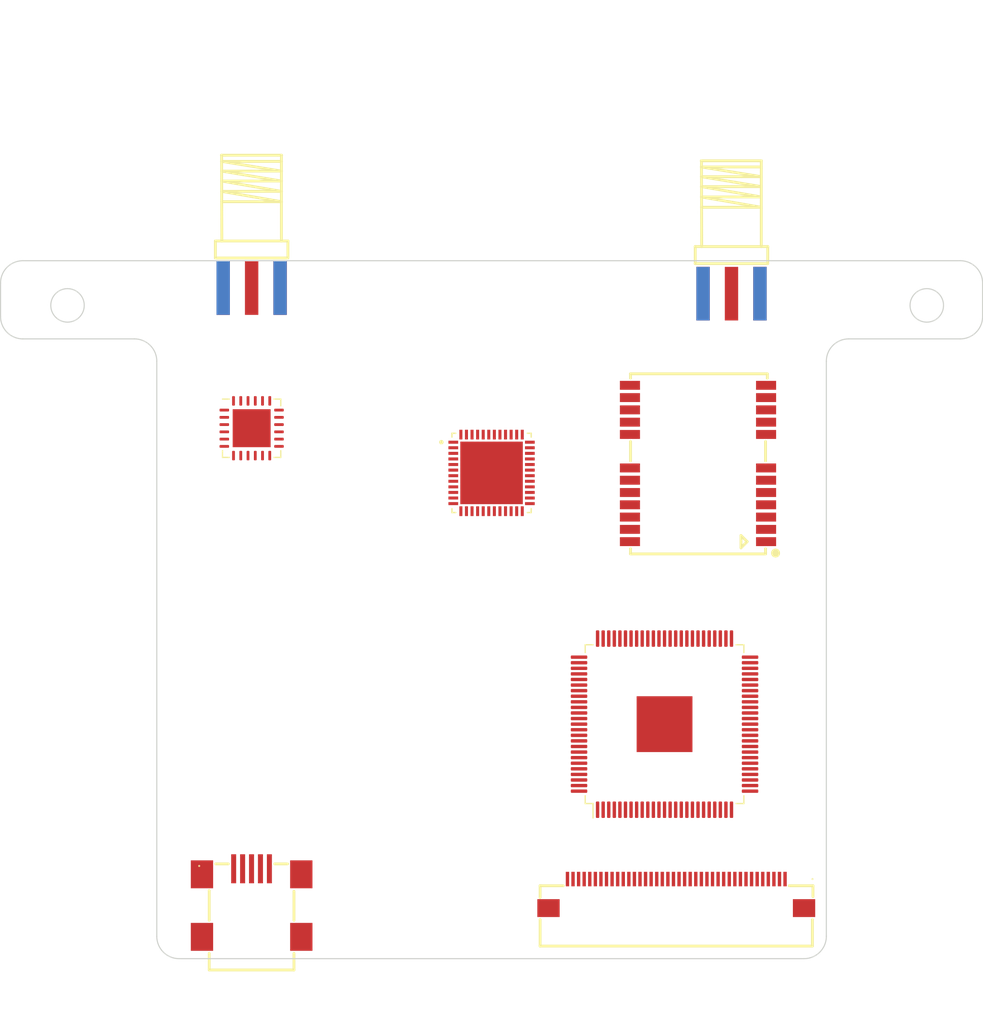
<source format=kicad_pcb>
(kicad_pcb (version 20221018) (generator pcbnew)
  (layers (0 "F.Cu" signal) (31 "B.Cu" signal) (34 "B.Paste" user) (35 "F.Paste" user) (36 "B.SilkS" user "B.Silkscreen") (37 "F.SilkS" user "F.Silkscreen") (38 "B.Mask" user) (39 "F.Mask" user) (44 "Edge.Cuts" user))
  (net 0 "")
  (footprint "Package_QFP:TQFP-100-1EP_14x14mm_P0.5mm_EP5x5mm" (layer "F.Cu") (at 95.5 79 90)
    (fp_text reference "REF**" hide)
    (fp_text value "TQFP-100-1EP_14x14mm_P0.5mm_EP5x5mm")
    (fp_line (start -7.11 -7.11) (end -7.11 -6.41) (stroke (width 0.12)) (layer "F.SilkS"))
    (fp_line (start -7.11 -6.41) (end -8.4 -6.41) (stroke (width 0.12)) (layer "F.SilkS"))
    (fp_line (start -7.11 7.11) (end -7.11 6.41) (stroke (width 0.12)) (layer "F.SilkS"))
    (fp_line (start -6.41 -7.11) (end -7.11 -7.11) (stroke (width 0.12)) (layer "F.SilkS"))
    (fp_line (start -6.41 7.11) (end -7.11 7.11) (stroke (width 0.12)) (layer "F.SilkS"))
    (fp_line (start 6.41 -7.11) (end 7.11 -7.11) (stroke (width 0.12)) (layer "F.SilkS"))
    (fp_line (start 6.41 7.11) (end 7.11 7.11) (stroke (width 0.12)) (layer "F.SilkS"))
    (fp_line (start 7.11 -7.11) (end 7.11 -6.41) (stroke (width 0.12)) (layer "F.SilkS"))
    (fp_line (start 7.11 7.11) (end 7.11 6.41) (stroke (width 0.12)) (layer "F.SilkS"))
    (pad "1" smd roundrect (at -7.6625 -6 90) (size 1.475 0.3) (layers "F.Cu" "F.Paste" "F.Mask"))
    (pad "2" smd roundrect (at -7.6625 -5.5 90) (size 1.475 0.3) (layers "F.Cu" "F.Paste" "F.Mask"))
    (pad "3" smd roundrect (at -7.6625 -5 90) (size 1.475 0.3) (layers "F.Cu" "F.Paste" "F.Mask"))
    (pad "4" smd roundrect (at -7.6625 -4.5 90) (size 1.475 0.3) (layers "F.Cu" "F.Paste" "F.Mask"))
    (pad "5" smd roundrect (at -7.6625 -4 90) (size 1.475 0.3) (layers "F.Cu" "F.Paste" "F.Mask"))
    (pad "6" smd roundrect (at -7.6625 -3.5 90) (size 1.475 0.3) (layers "F.Cu" "F.Paste" "F.Mask"))
    (pad "7" smd roundrect (at -7.6625 -3 90) (size 1.475 0.3) (layers "F.Cu" "F.Paste" "F.Mask"))
    (pad "8" smd roundrect (at -7.6625 -2.5 90) (size 1.475 0.3) (layers "F.Cu" "F.Paste" "F.Mask"))
    (pad "9" smd roundrect (at -7.6625 -2 90) (size 1.475 0.3) (layers "F.Cu" "F.Paste" "F.Mask"))
    (pad "10" smd roundrect (at -7.6625 -1.5 90) (size 1.475 0.3) (layers "F.Cu" "F.Paste" "F.Mask"))
    (pad "11" smd roundrect (at -7.6625 -1 90) (size 1.475 0.3) (layers "F.Cu" "F.Paste" "F.Mask"))
    (pad "12" smd roundrect (at -7.6625 -0.5 90) (size 1.475 0.3) (layers "F.Cu" "F.Paste" "F.Mask"))
    (pad "13" smd roundrect (at -7.6625 0 90) (size 1.475 0.3) (layers "F.Cu" "F.Paste" "F.Mask"))
    (pad "14" smd roundrect (at -7.6625 0.5 90) (size 1.475 0.3) (layers "F.Cu" "F.Paste" "F.Mask"))
    (pad "15" smd roundrect (at -7.6625 1 90) (size 1.475 0.3) (layers "F.Cu" "F.Paste" "F.Mask"))
    (pad "16" smd roundrect (at -7.6625 1.5 90) (size 1.475 0.3) (layers "F.Cu" "F.Paste" "F.Mask"))
    (pad "17" smd roundrect (at -7.6625 2 90) (size 1.475 0.3) (layers "F.Cu" "F.Paste" "F.Mask"))
    (pad "18" smd roundrect (at -7.6625 2.5 90) (size 1.475 0.3) (layers "F.Cu" "F.Paste" "F.Mask"))
    (pad "19" smd roundrect (at -7.6625 3 90) (size 1.475 0.3) (layers "F.Cu" "F.Paste" "F.Mask"))
    (pad "20" smd roundrect (at -7.6625 3.5 90) (size 1.475 0.3) (layers "F.Cu" "F.Paste" "F.Mask"))
    (pad "21" smd roundrect (at -7.6625 4 90) (size 1.475 0.3) (layers "F.Cu" "F.Paste" "F.Mask"))
    (pad "22" smd roundrect (at -7.6625 4.5 90) (size 1.475 0.3) (layers "F.Cu" "F.Paste" "F.Mask"))
    (pad "23" smd roundrect (at -7.6625 5 90) (size 1.475 0.3) (layers "F.Cu" "F.Paste" "F.Mask"))
    (pad "24" smd roundrect (at -7.6625 5.5 90) (size 1.475 0.3) (layers "F.Cu" "F.Paste" "F.Mask"))
    (pad "25" smd roundrect (at -7.6625 6 90) (size 1.475 0.3) (layers "F.Cu" "F.Paste" "F.Mask"))
    (pad "26" smd roundrect (at -6 7.6625 90) (size 0.3 1.475) (layers "F.Cu" "F.Paste" "F.Mask"))
    (pad "27" smd roundrect (at -5.5 7.6625 90) (size 0.3 1.475) (layers "F.Cu" "F.Paste" "F.Mask"))
    (pad "28" smd roundrect (at -5 7.6625 90) (size 0.3 1.475) (layers "F.Cu" "F.Paste" "F.Mask"))
    (pad "29" smd roundrect (at -4.5 7.6625 90) (size 0.3 1.475) (layers "F.Cu" "F.Paste" "F.Mask"))
    (pad "30" smd roundrect (at -4 7.6625 90) (size 0.3 1.475) (layers "F.Cu" "F.Paste" "F.Mask"))
    (pad "31" smd roundrect (at -3.5 7.6625 90) (size 0.3 1.475) (layers "F.Cu" "F.Paste" "F.Mask"))
    (pad "32" smd roundrect (at -3 7.6625 90) (size 0.3 1.475) (layers "F.Cu" "F.Paste" "F.Mask"))
    (pad "33" smd roundrect (at -2.5 7.6625 90) (size 0.3 1.475) (layers "F.Cu" "F.Paste" "F.Mask"))
    (pad "34" smd roundrect (at -2 7.6625 90) (size 0.3 1.475) (layers "F.Cu" "F.Paste" "F.Mask"))
    (pad "35" smd roundrect (at -1.5 7.6625 90) (size 0.3 1.475) (layers "F.Cu" "F.Paste" "F.Mask"))
    (pad "36" smd roundrect (at -1 7.6625 90) (size 0.3 1.475) (layers "F.Cu" "F.Paste" "F.Mask"))
    (pad "37" smd roundrect (at -0.5 7.6625 90) (size 0.3 1.475) (layers "F.Cu" "F.Paste" "F.Mask"))
    (pad "38" smd roundrect (at 0 7.6625 90) (size 0.3 1.475) (layers "F.Cu" "F.Paste" "F.Mask"))
    (pad "39" smd roundrect (at 0.5 7.6625 90) (size 0.3 1.475) (layers "F.Cu" "F.Paste" "F.Mask"))
    (pad "40" smd roundrect (at 1 7.6625 90) (size 0.3 1.475) (layers "F.Cu" "F.Paste" "F.Mask"))
    (pad "41" smd roundrect (at 1.5 7.6625 90) (size 0.3 1.475) (layers "F.Cu" "F.Paste" "F.Mask"))
    (pad "42" smd roundrect (at 2 7.6625 90) (size 0.3 1.475) (layers "F.Cu" "F.Paste" "F.Mask"))
    (pad "43" smd roundrect (at 2.5 7.6625 90) (size 0.3 1.475) (layers "F.Cu" "F.Paste" "F.Mask"))
    (pad "44" smd roundrect (at 3 7.6625 90) (size 0.3 1.475) (layers "F.Cu" "F.Paste" "F.Mask"))
    (pad "45" smd roundrect (at 3.5 7.6625 90) (size 0.3 1.475) (layers "F.Cu" "F.Paste" "F.Mask"))
    (pad "46" smd roundrect (at 4 7.6625 90) (size 0.3 1.475) (layers "F.Cu" "F.Paste" "F.Mask"))
    (pad "47" smd roundrect (at 4.5 7.6625 90) (size 0.3 1.475) (layers "F.Cu" "F.Paste" "F.Mask"))
    (pad "48" smd roundrect (at 5 7.6625 90) (size 0.3 1.475) (layers "F.Cu" "F.Paste" "F.Mask"))
    (pad "49" smd roundrect (at 5.5 7.6625 90) (size 0.3 1.475) (layers "F.Cu" "F.Paste" "F.Mask"))
    (pad "50" smd roundrect (at 6 7.6625 90) (size 0.3 1.475) (layers "F.Cu" "F.Paste" "F.Mask"))
    (pad "51" smd roundrect (at 7.6625 6 90) (size 1.475 0.3) (layers "F.Cu" "F.Paste" "F.Mask"))
    (pad "52" smd roundrect (at 7.6625 5.5 90) (size 1.475 0.3) (layers "F.Cu" "F.Paste" "F.Mask"))
    (pad "53" smd roundrect (at 7.6625 5 90) (size 1.475 0.3) (layers "F.Cu" "F.Paste" "F.Mask"))
    (pad "54" smd roundrect (at 7.6625 4.5 90) (size 1.475 0.3) (layers "F.Cu" "F.Paste" "F.Mask"))
    (pad "55" smd roundrect (at 7.6625 4 90) (size 1.475 0.3) (layers "F.Cu" "F.Paste" "F.Mask"))
    (pad "56" smd roundrect (at 7.6625 3.5 90) (size 1.475 0.3) (layers "F.Cu" "F.Paste" "F.Mask"))
    (pad "57" smd roundrect (at 7.6625 3 90) (size 1.475 0.3) (layers "F.Cu" "F.Paste" "F.Mask"))
    (pad "58" smd roundrect (at 7.6625 2.5 90) (size 1.475 0.3) (layers "F.Cu" "F.Paste" "F.Mask"))
    (pad "59" smd roundrect (at 7.6625 2 90) (size 1.475 0.3) (layers "F.Cu" "F.Paste" "F.Mask"))
    (pad "60" smd roundrect (at 7.6625 1.5 90) (size 1.475 0.3) (layers "F.Cu" "F.Paste" "F.Mask"))
    (pad "61" smd roundrect (at 7.6625 1 90) (size 1.475 0.3) (layers "F.Cu" "F.Paste" "F.Mask"))
    (pad "62" smd roundrect (at 7.6625 0.5 90) (size 1.475 0.3) (layers "F.Cu" "F.Paste" "F.Mask"))
    (pad "63" smd roundrect (at 7.6625 0 90) (size 1.475 0.3) (layers "F.Cu" "F.Paste" "F.Mask"))
    (pad "64" smd roundrect (at 7.6625 -0.5 90) (size 1.475 0.3) (layers "F.Cu" "F.Paste" "F.Mask"))
    (pad "65" smd roundrect (at 7.6625 -1 90) (size 1.475 0.3) (layers "F.Cu" "F.Paste" "F.Mask"))
    (pad "66" smd roundrect (at 7.6625 -1.5 90) (size 1.475 0.3) (layers "F.Cu" "F.Paste" "F.Mask"))
    (pad "67" smd roundrect (at 7.6625 -2 90) (size 1.475 0.3) (layers "F.Cu" "F.Paste" "F.Mask"))
    (pad "68" smd roundrect (at 7.6625 -2.5 90) (size 1.475 0.3) (layers "F.Cu" "F.Paste" "F.Mask"))
    (pad "69" smd roundrect (at 7.6625 -3 90) (size 1.475 0.3) (layers "F.Cu" "F.Paste" "F.Mask"))
    (pad "70" smd roundrect (at 7.6625 -3.5 90) (size 1.475 0.3) (layers "F.Cu" "F.Paste" "F.Mask"))
    (pad "71" smd roundrect (at 7.6625 -4 90) (size 1.475 0.3) (layers "F.Cu" "F.Paste" "F.Mask"))
    (pad "72" smd roundrect (at 7.6625 -4.5 90) (size 1.475 0.3) (layers "F.Cu" "F.Paste" "F.Mask"))
    (pad "73" smd roundrect (at 7.6625 -5 90) (size 1.475 0.3) (layers "F.Cu" "F.Paste" "F.Mask"))
    (pad "74" smd roundrect (at 7.6625 -5.5 90) (size 1.475 0.3) (layers "F.Cu" "F.Paste" "F.Mask"))
    (pad "75" smd roundrect (at 7.6625 -6 90) (size 1.475 0.3) (layers "F.Cu" "F.Paste" "F.Mask"))
    (pad "76" smd roundrect (at 6 -7.6625 90) (size 0.3 1.475) (layers "F.Cu" "F.Paste" "F.Mask"))
    (pad "77" smd roundrect (at 5.5 -7.6625 90) (size 0.3 1.475) (layers "F.Cu" "F.Paste" "F.Mask"))
    (pad "78" smd roundrect (at 5 -7.6625 90) (size 0.3 1.475) (layers "F.Cu" "F.Paste" "F.Mask"))
    (pad "79" smd roundrect (at 4.5 -7.6625 90) (size 0.3 1.475) (layers "F.Cu" "F.Paste" "F.Mask"))
    (pad "80" smd roundrect (at 4 -7.6625 90) (size 0.3 1.475) (layers "F.Cu" "F.Paste" "F.Mask"))
    (pad "81" smd roundrect (at 3.5 -7.6625 90) (size 0.3 1.475) (layers "F.Cu" "F.Paste" "F.Mask"))
    (pad "82" smd roundrect (at 3 -7.6625 90) (size 0.3 1.475) (layers "F.Cu" "F.Paste" "F.Mask"))
    (pad "83" smd roundrect (at 2.5 -7.6625 90) (size 0.3 1.475) (layers "F.Cu" "F.Paste" "F.Mask"))
    (pad "84" smd roundrect (at 2 -7.6625 90) (size 0.3 1.475) (layers "F.Cu" "F.Paste" "F.Mask"))
    (pad "85" smd roundrect (at 1.5 -7.6625 90) (size 0.3 1.475) (layers "F.Cu" "F.Paste" "F.Mask"))
    (pad "86" smd roundrect (at 1 -7.6625 90) (size 0.3 1.475) (layers "F.Cu" "F.Paste" "F.Mask"))
    (pad "87" smd roundrect (at 0.5 -7.6625 90) (size 0.3 1.475) (layers "F.Cu" "F.Paste" "F.Mask"))
    (pad "88" smd roundrect (at 0 -7.6625 90) (size 0.3 1.475) (layers "F.Cu" "F.Paste" "F.Mask"))
    (pad "89" smd roundrect (at -0.5 -7.6625 90) (size 0.3 1.475) (layers "F.Cu" "F.Paste" "F.Mask"))
    (pad "90" smd roundrect (at -1 -7.6625 90) (size 0.3 1.475) (layers "F.Cu" "F.Paste" "F.Mask"))
    (pad "91" smd roundrect (at -1.5 -7.6625 90) (size 0.3 1.475) (layers "F.Cu" "F.Paste" "F.Mask"))
    (pad "92" smd roundrect (at -2 -7.6625 90) (size 0.3 1.475) (layers "F.Cu" "F.Paste" "F.Mask"))
    (pad "93" smd roundrect (at -2.5 -7.6625 90) (size 0.3 1.475) (layers "F.Cu" "F.Paste" "F.Mask"))
    (pad "94" smd roundrect (at -3 -7.6625 90) (size 0.3 1.475) (layers "F.Cu" "F.Paste" "F.Mask"))
    (pad "95" smd roundrect (at -3.5 -7.6625 90) (size 0.3 1.475) (layers "F.Cu" "F.Paste" "F.Mask"))
    (pad "96" smd roundrect (at -4 -7.6625 90) (size 0.3 1.475) (layers "F.Cu" "F.Paste" "F.Mask"))
    (pad "97" smd roundrect (at -4.5 -7.6625 90) (size 0.3 1.475) (layers "F.Cu" "F.Paste" "F.Mask"))
    (pad "98" smd roundrect (at -5 -7.6625 90) (size 0.3 1.475) (layers "F.Cu" "F.Paste" "F.Mask"))
    (pad "99" smd roundrect (at -5.5 -7.6625 90) (size 0.3 1.475) (layers "F.Cu" "F.Paste" "F.Mask"))
    (pad "100" smd roundrect (at -6 -7.6625 90) (size 0.3 1.475) (layers "F.Cu" "F.Paste" "F.Mask"))
    (pad "101" smd rect (at 0 0 90) (size 5 5) (layers "F.Cu" "F.Mask"))
  )
  (footprint "Enclosure:SMA_Antenna_Vertical" (layer "F.Cu") (at 101.5 18 180)
    (fp_text reference "REF**" hide)
    (fp_text value "SMA_Antenna_Vertical")
  )
  (footprint "Enclosure:SMA_Antenna_Vertical" (layer "F.Cu") (at 58.5 17.5 180)
    (fp_text reference "REF**" hide)
    (fp_text value "SMA_Antenna_Vertical")
  )
  (footprint "LCSC_Connector:FPC-SMD_P0.50-40P_FGS-XJ-H2.0" (layer "F.Cu") (at 96.549911 94.172898 180)
    (fp_text reference "J101")
    (fp_text value "AFC01-S40FCA-00")
    (fp_line (start -12.249987 -0.268961) (end -12.249987 0.699975) (stroke (width 0.254)) (layer "F.SilkS"))
    (fp_line (start -12.249987 0.699975) (end -10.125629 0.699975) (stroke (width 0.254)) (layer "F.SilkS"))
    (fp_line (start -12.199644 -4.700102) (end -12.199644 -2.331242) (stroke (width 0.254)) (layer "F.SilkS"))
    (fp_line (start 10.125578 0.699975) (end 12.2 0.699975) (stroke (width 0.254)) (layer "F.SilkS"))
    (fp_line (start 12.2 0.699975) (end 12.2 -0.350013) (stroke (width 0.254)) (layer "F.SilkS"))
    (fp_line (start 12.200025 -4.700076) (end -12.200025 -4.700102) (stroke (width 0.254)) (layer "F.SilkS"))
    (fp_line (start 12.200025 -2.331242) (end 12.200025 -4.700102) (stroke (width 0.254)) (layer "F.SilkS"))
    (fp_circle (center -12.208534 1.300279) (end -12.178537 1.300279) (stroke (width 0.059995)) (fill none) (layer "F.SilkS"))
    (pad "1" smd rect (at -9.750064 1.299924 180) (size 0.3 1.3) (layers "F.Cu" "F.Paste" "F.Mask"))
    (pad "2" smd rect (at -9.249936 1.299924 180) (size 0.3 1.3) (layers "F.Cu" "F.Paste" "F.Mask"))
    (pad "3" smd rect (at -8.750064 1.299924 180) (size 0.3 1.3) (layers "F.Cu" "F.Paste" "F.Mask"))
    (pad "4" smd rect (at -8.249936 1.299924 180) (size 0.3 1.3) (layers "F.Cu" "F.Paste" "F.Mask"))
    (pad "5" smd rect (at -7.750064 1.299924 180) (size 0.3 1.3) (layers "F.Cu" "F.Paste" "F.Mask"))
    (pad "6" smd rect (at -7.249936 1.299924 180) (size 0.3 1.3) (layers "F.Cu" "F.Paste" "F.Mask"))
    (pad "7" smd rect (at -6.750064 1.299924 180) (size 0.3 1.3) (layers "F.Cu" "F.Paste" "F.Mask"))
    (pad "8" smd rect (at -6.249936 1.299924 180) (size 0.3 1.3) (layers "F.Cu" "F.Paste" "F.Mask"))
    (pad "9" smd rect (at -5.750064 1.299924 180) (size 0.3 1.3) (layers "F.Cu" "F.Paste" "F.Mask"))
    (pad "10" smd rect (at -5.249936 1.299924 180) (size 0.3 1.3) (layers "F.Cu" "F.Paste" "F.Mask"))
    (pad "11" smd rect (at -4.750064 1.299924 180) (size 0.3 1.3) (layers "F.Cu" "F.Paste" "F.Mask"))
    (pad "12" smd rect (at -4.249936 1.299924 180) (size 0.3 1.3) (layers "F.Cu" "F.Paste" "F.Mask"))
    (pad "13" smd rect (at -3.750064 1.299924 180) (size 0.3 1.3) (layers "F.Cu" "F.Paste" "F.Mask"))
    (pad "14" smd rect (at -3.249936 1.299924 180) (size 0.3 1.3) (layers "F.Cu" "F.Paste" "F.Mask"))
    (pad "15" smd rect (at -2.750064 1.299924 180) (size 0.3 1.3) (layers "F.Cu" "F.Paste" "F.Mask"))
    (pad "16" smd rect (at -2.249936 1.299924 180) (size 0.3 1.3) (layers "F.Cu" "F.Paste" "F.Mask"))
    (pad "17" smd rect (at -1.750064 1.299924 180) (size 0.3 1.3) (layers "F.Cu" "F.Paste" "F.Mask"))
    (pad "18" smd rect (at -1.249936 1.299924 180) (size 0.3 1.3) (layers "F.Cu" "F.Paste" "F.Mask"))
    (pad "19" smd rect (at -0.750064 1.299924 180) (size 0.3 1.3) (layers "F.Cu" "F.Paste" "F.Mask"))
    (pad "20" smd rect (at -0.249936 1.299924 180) (size 0.3 1.3) (layers "F.Cu" "F.Paste" "F.Mask"))
    (pad "21" smd rect (at 0.249936 1.299924 180) (size 0.3 1.3) (layers "F.Cu" "F.Paste" "F.Mask"))
    (pad "22" smd rect (at 0.750064 1.299924 180) (size 0.3 1.3) (layers "F.Cu" "F.Paste" "F.Mask"))
    (pad "23" smd rect (at 1.249936 1.299924 180) (size 0.3 1.3) (layers "F.Cu" "F.Paste" "F.Mask"))
    (pad "24" smd rect (at 1.750064 1.299924 180) (size 0.3 1.3) (layers "F.Cu" "F.Paste" "F.Mask"))
    (pad "25" smd rect (at 2.249936 1.299924 180) (size 0.3 1.3) (layers "F.Cu" "F.Paste" "F.Mask"))
    (pad "26" smd rect (at 2.750064 1.299924 180) (size 0.3 1.3) (layers "F.Cu" "F.Paste" "F.Mask"))
    (pad "27" smd rect (at 3.249936 1.299924 180) (size 0.3 1.3) (layers "F.Cu" "F.Paste" "F.Mask"))
    (pad "28" smd rect (at 3.750064 1.299924 180) (size 0.3 1.3) (layers "F.Cu" "F.Paste" "F.Mask"))
    (pad "29" smd rect (at 4.249936 1.299924 180) (size 0.3 1.3) (layers "F.Cu" "F.Paste" "F.Mask"))
    (pad "30" smd rect (at 4.750064 1.299924 180) (size 0.3 1.3) (layers "F.Cu" "F.Paste" "F.Mask"))
    (pad "31" smd rect (at 5.249936 1.299924 180) (size 0.3 1.3) (layers "F.Cu" "F.Paste" "F.Mask"))
    (pad "32" smd rect (at 5.750064 1.299924 180) (size 0.3 1.3) (layers "F.Cu" "F.Paste" "F.Mask"))
    (pad "33" smd rect (at 6.249936 1.299924 180) (size 0.3 1.3) (layers "F.Cu" "F.Paste" "F.Mask"))
    (pad "34" smd rect (at 6.750064 1.299924 180) (size 0.3 1.3) (layers "F.Cu" "F.Paste" "F.Mask"))
    (pad "35" smd rect (at 7.249936 1.299924 180) (size 0.3 1.3) (layers "F.Cu" "F.Paste" "F.Mask"))
    (pad "36" smd rect (at 7.750064 1.299924 180) (size 0.3 1.3) (layers "F.Cu" "F.Paste" "F.Mask"))
    (pad "37" smd rect (at 8.249936 1.299924 180) (size 0.3 1.3) (layers "F.Cu" "F.Paste" "F.Mask"))
    (pad "38" smd rect (at 8.750064 1.299924 180) (size 0.3 1.3) (layers "F.Cu" "F.Paste" "F.Mask"))
    (pad "39" smd rect (at 9.249936 1.299924 180) (size 0.3 1.3) (layers "F.Cu" "F.Paste" "F.Mask"))
    (pad "40" smd rect (at 9.750064 1.299924 180) (size 0.3 1.3) (layers "F.Cu" "F.Paste" "F.Mask"))
    (pad "41" smd rect (at 11.450089 -1.300025 90) (size 1.6 2) (layers "F.Cu" "F.Paste" "F.Mask"))
    (pad "42" smd rect (at -11.450089 -1.300025 90) (size 1.6 2) (layers "F.Cu" "F.Paste" "F.Mask"))
  )
  (footprint "LCSC_Antenna:SMA-SMD_BWSMA-KE-P001" (layer "F.Cu") (at 101.5 34.5 90)
    (fp_text reference "REF**" hide)
    (fp_text value "SMA-SMD_BWSMA-KE-P001" hide)
    (fp_line (start -3.255982 -3.250013) (end -3.255982 3.174956) (stroke (width 0.254)) (layer "F.SilkS"))
    (fp_line (start -1.731979 -3.250013) (end -3.255982 -3.250013) (stroke (width 0.254)) (layer "F.SilkS"))
    (fp_line (start -1.731979 -3.250013) (end -1.731979 3.250013) (stroke (width 0.254)) (layer "F.SilkS"))
    (fp_line (start -1.731979 3.250013) (end -3.255982 3.250013) (stroke (width 0.254)) (layer "F.SilkS"))
    (fp_line (start 1.785141 -2.689434) (end 1.785141 2.666853) (stroke (width 0.254)) (layer "F.SilkS"))
    (fp_line (start 1.785141 2.666853) (end 2.710414 -2.689434) (stroke (width 0.254)) (layer "F.SilkS"))
    (fp_line (start 2.710414 -2.689434) (end 2.710414 2.666853) (stroke (width 0.254)) (layer "F.SilkS"))
    (fp_line (start 2.710414 2.666853) (end 3.635712 -2.689434) (stroke (width 0.254)) (layer "F.SilkS"))
    (fp_line (start 3.635712 -2.689434) (end 3.635712 2.666853) (stroke (width 0.254)) (layer "F.SilkS"))
    (fp_line (start 3.635712 2.666853) (end 4.524714 -2.689434) (stroke (width 0.254)) (layer "F.SilkS"))
    (fp_line (start 4.524714 -2.689434) (end 4.524714 2.666853) (stroke (width 0.254)) (layer "F.SilkS"))
    (fp_line (start 4.524714 2.666853) (end 5.39553 -2.689434) (stroke (width 0.254)) (layer "F.SilkS"))
    (fp_line (start 5.39553 -2.689434) (end -1.731979 -2.669368) (stroke (width 0.254)) (layer "F.SilkS"))
    (fp_line (start 5.39553 -2.689434) (end 5.39553 2.666853) (stroke (width 0.254)) (layer "F.SilkS"))
    (fp_line (start 5.39553 -2.689434) (end 5.93937 -2.689434) (stroke (width 0.254)) (layer "F.SilkS"))
    (fp_line (start 5.39553 2.666853) (end -1.731979 2.666853) (stroke (width 0.254)) (layer "F.SilkS"))
    (fp_line (start 5.39553 2.666853) (end 5.949987 2.666853) (stroke (width 0.254)) (layer "F.SilkS"))
    (fp_line (start 5.93937 -2.689434) (end 5.949987 -2.700025) (stroke (width 0.254)) (layer "F.SilkS"))
    (fp_line (start 5.949987 -2.700025) (end 5.949987 2.679985) (stroke (width 0.254)) (layer "F.SilkS"))
    (pad "1" smd rect (at -5.949987 2.549759 90) (size 4.8 1.2) (layers "F.Cu" "F.Paste" "F.Mask"))
    (pad "2" smd rect (at -5.949987 -2.550064 90) (size 4.8 1.2) (layers "F.Cu" "F.Paste" "F.Mask"))
    (pad "3" smd rect (at -5.949987 -2.550064 90) (size 4.8 1.2) (layers "B.Cu" "F.Paste" "F.Mask"))
    (pad "4" smd rect (at -5.949987 2.549759 90) (size 4.8 1.2) (layers "B.Cu" "F.Paste" "F.Mask"))
    (pad "5" smd rect (at -5.949987 -0.000152 90) (size 4.8 1.2) (layers "F.Cu" "F.Paste" "F.Mask"))
  )
  (footprint "LCSC_Microcontroller:GSM-SMD_ATGM332D-5N11" (layer "F.Cu") (at 98.5 55.65687)
    (fp_text reference "U101" hide)
    (fp_text value "ATGM332D-5NR32")
    (fp_line (start -6.050292 -8.02987) (end 6.209957 -8.02987) (stroke (width 0.254)) (layer "F.SilkS"))
    (fp_line (start -6.050292 -7.631293) (end -6.050292 -8.02987) (stroke (width 0.254)) (layer "F.SilkS"))
    (fp_line (start -6.050292 -1.969012) (end -6.050292 -0.231293) (stroke (width 0.254)) (layer "F.SilkS"))
    (fp_line (start -6.050292 7.63114) (end -6.050292 8.100025) (stroke (width 0.254)) (layer "F.SilkS"))
    (fp_line (start -6.050292 8.100025) (end 6.049987 8.100025) (stroke (width 0.254)) (layer "F.SilkS"))
    (fp_line (start 3.849987 6.449886) (end 4.399898 7.000051) (stroke (width 0.254)) (layer "F.SilkS"))
    (fp_line (start 3.849987 7.549962) (end 3.849987 6.449886) (stroke (width 0.254)) (layer "F.SilkS"))
    (fp_line (start 4.399898 7.000051) (end 3.849987 7.549962) (stroke (width 0.254)) (layer "F.SilkS"))
    (fp_line (start 6.049987 -1.969012) (end 6.049987 -0.231293) (stroke (width 0.254)) (layer "F.SilkS"))
    (fp_line (start 6.049987 7.63114) (end 6.049987 8.100025) (stroke (width 0.254)) (layer "F.SilkS"))
    (fp_line (start 6.209957 -8.02987) (end 6.209957 -7.631293) (stroke (width 0.254)) (layer "F.SilkS"))
    (fp_circle (center 6.099924 8.000025) (end 6.129921 8.000025) (stroke (width 0.059995)) (fill none) (layer "F.SilkS"))
    (fp_circle (center 6.949962 8.020117) (end 7.149962 8.020117) (stroke (width 0.4)) (fill none) (layer "F.SilkS"))
    (pad "1" smd rect (at 6.1 7.000127 270) (size 0.8 1.8) (layers "F.Cu" "F.Paste" "F.Mask"))
    (pad "2" smd rect (at 6.1 5.900051 270) (size 0.8 1.8) (layers "F.Cu" "F.Paste" "F.Mask"))
    (pad "3" smd rect (at 6.1 4.799975 270) (size 0.8 1.8) (layers "F.Cu" "F.Paste" "F.Mask"))
    (pad "4" smd rect (at 6.1 3.699898 270) (size 0.8 1.8) (layers "F.Cu" "F.Paste" "F.Mask"))
    (pad "5" smd rect (at 6.1 2.599822 270) (size 0.8 1.8) (layers "F.Cu" "F.Paste" "F.Mask"))
    (pad "6" smd rect (at 6.1 1.5 270) (size 0.8 1.8) (layers "F.Cu" "F.Paste" "F.Mask"))
    (pad "7" smd rect (at 6.1 0.399924 270) (size 0.8 1.8) (layers "F.Cu" "F.Paste" "F.Mask"))
    (pad "8" smd rect (at 6.1 -2.600076 270) (size 0.8 1.8) (layers "F.Cu" "F.Paste" "F.Mask"))
    (pad "9" smd rect (at 6.1 -3.700152 270) (size 0.8 1.8) (layers "F.Cu" "F.Paste" "F.Mask"))
    (pad "10" smd rect (at 6.1 -4.800229 270) (size 0.8 1.8) (layers "F.Cu" "F.Paste" "F.Mask"))
    (pad "11" smd rect (at 6.1 -5.900051 270) (size 0.8 1.8) (layers "F.Cu" "F.Paste" "F.Mask"))
    (pad "12" smd rect (at 6.1 -7.000127 270) (size 0.8 1.8) (layers "F.Cu" "F.Paste" "F.Mask"))
    (pad "13" smd rect (at -6.1 -7.000127 270) (size 0.8 1.8) (layers "F.Cu" "F.Paste" "F.Mask"))
    (pad "14" smd rect (at -6.1 -5.900051 270) (size 0.8 1.8) (layers "F.Cu" "F.Paste" "F.Mask"))
    (pad "15" smd rect (at -6.1 -4.800229 270) (size 0.8 1.8) (layers "F.Cu" "F.Paste" "F.Mask"))
    (pad "16" smd rect (at -6.1 -3.700152 270) (size 0.8 1.8) (layers "F.Cu" "F.Paste" "F.Mask"))
    (pad "17" smd rect (at -6.1 -2.600076 270) (size 0.8 1.8) (layers "F.Cu" "F.Paste" "F.Mask"))
    (pad "18" smd rect (at -6.1 0.399924 270) (size 0.8 1.8) (layers "F.Cu" "F.Paste" "F.Mask"))
    (pad "19" smd rect (at -6.1 1.5 270) (size 0.8 1.8) (layers "F.Cu" "F.Paste" "F.Mask"))
    (pad "20" smd rect (at -6.1 2.599822 270) (size 0.8 1.8) (layers "F.Cu" "F.Paste" "F.Mask"))
    (pad "21" smd rect (at -6.1 3.699898 270) (size 0.8 1.8) (layers "F.Cu" "F.Paste" "F.Mask"))
    (pad "22" smd rect (at -6.1 4.799975 270) (size 0.8 1.8) (layers "F.Cu" "F.Paste" "F.Mask"))
    (pad "23" smd rect (at -6.1 5.900051 270) (size 0.8 1.8) (layers "F.Cu" "F.Paste" "F.Mask"))
    (pad "24" smd rect (at -6.1 7.000127 270) (size 0.8 1.8) (layers "F.Cu" "F.Paste" "F.Mask"))
  )
  (footprint "LCSC_Antenna:SMA-SMD_BWSMA-KE-P001" (layer "F.Cu") (at 58.5 34 90)
    (fp_text reference "REF**" hide)
    (fp_text value "SMA-SMD_BWSMA-KE-P001" hide)
    (fp_line (start -3.255982 -3.250013) (end -3.255982 3.174956) (stroke (width 0.254)) (layer "F.SilkS"))
    (fp_line (start -1.731979 -3.250013) (end -3.255982 -3.250013) (stroke (width 0.254)) (layer "F.SilkS"))
    (fp_line (start -1.731979 -3.250013) (end -1.731979 3.250013) (stroke (width 0.254)) (layer "F.SilkS"))
    (fp_line (start -1.731979 3.250013) (end -3.255982 3.250013) (stroke (width 0.254)) (layer "F.SilkS"))
    (fp_line (start 1.785141 -2.689434) (end 1.785141 2.666853) (stroke (width 0.254)) (layer "F.SilkS"))
    (fp_line (start 1.785141 2.666853) (end 2.710414 -2.689434) (stroke (width 0.254)) (layer "F.SilkS"))
    (fp_line (start 2.710414 -2.689434) (end 2.710414 2.666853) (stroke (width 0.254)) (layer "F.SilkS"))
    (fp_line (start 2.710414 2.666853) (end 3.635712 -2.689434) (stroke (width 0.254)) (layer "F.SilkS"))
    (fp_line (start 3.635712 -2.689434) (end 3.635712 2.666853) (stroke (width 0.254)) (layer "F.SilkS"))
    (fp_line (start 3.635712 2.666853) (end 4.524714 -2.689434) (stroke (width 0.254)) (layer "F.SilkS"))
    (fp_line (start 4.524714 -2.689434) (end 4.524714 2.666853) (stroke (width 0.254)) (layer "F.SilkS"))
    (fp_line (start 4.524714 2.666853) (end 5.39553 -2.689434) (stroke (width 0.254)) (layer "F.SilkS"))
    (fp_line (start 5.39553 -2.689434) (end -1.731979 -2.669368) (stroke (width 0.254)) (layer "F.SilkS"))
    (fp_line (start 5.39553 -2.689434) (end 5.39553 2.666853) (stroke (width 0.254)) (layer "F.SilkS"))
    (fp_line (start 5.39553 -2.689434) (end 5.93937 -2.689434) (stroke (width 0.254)) (layer "F.SilkS"))
    (fp_line (start 5.39553 2.666853) (end -1.731979 2.666853) (stroke (width 0.254)) (layer "F.SilkS"))
    (fp_line (start 5.39553 2.666853) (end 5.949987 2.666853) (stroke (width 0.254)) (layer "F.SilkS"))
    (fp_line (start 5.93937 -2.689434) (end 5.949987 -2.700025) (stroke (width 0.254)) (layer "F.SilkS"))
    (fp_line (start 5.949987 -2.700025) (end 5.949987 2.679985) (stroke (width 0.254)) (layer "F.SilkS"))
    (pad "1" smd rect (at -5.949987 2.549759 90) (size 4.8 1.2) (layers "F.Cu" "F.Paste" "F.Mask"))
    (pad "2" smd rect (at -5.949987 -2.550064 90) (size 4.8 1.2) (layers "F.Cu" "F.Paste" "F.Mask"))
    (pad "3" smd rect (at -5.949987 -2.550064 90) (size 4.8 1.2) (layers "B.Cu" "F.Paste" "F.Mask"))
    (pad "4" smd rect (at -5.949987 2.549759 90) (size 4.8 1.2) (layers "B.Cu" "F.Paste" "F.Mask"))
    (pad "5" smd rect (at -5.949987 -0.000152 90) (size 4.8 1.2) (layers "F.Cu" "F.Paste" "F.Mask"))
  )
  (footprint "Package_DFN_QFN:QFN-24-1EP_5x5mm_P0.65mm_EP3.4x3.4mm" (layer "F.Cu") (at 58.5 52.5)
    (fp_text reference "REF**" hide)
    (fp_text value "QFN-24-1EP_5x5mm_P0.65mm_EP3.4x3.4mm")
    (fp_line (start -2.61 2.61) (end -2.61 2.01) (stroke (width 0.12)) (layer "F.SilkS"))
    (fp_line (start -2.01 -2.61) (end -2.61 -2.61) (stroke (width 0.12)) (layer "F.SilkS"))
    (fp_line (start -2.01 2.61) (end -2.61 2.61) (stroke (width 0.12)) (layer "F.SilkS"))
    (fp_line (start 2.01 -2.61) (end 2.61 -2.61) (stroke (width 0.12)) (layer "F.SilkS"))
    (fp_line (start 2.01 2.61) (end 2.61 2.61) (stroke (width 0.12)) (layer "F.SilkS"))
    (fp_line (start 2.61 -2.61) (end 2.61 -2.01) (stroke (width 0.12)) (layer "F.SilkS"))
    (fp_line (start 2.61 2.61) (end 2.61 2.01) (stroke (width 0.12)) (layer "F.SilkS"))
    (pad "1" smd roundrect (at -2.45 -1.625) (size 0.85 0.25) (layers "F.Cu" "F.Paste" "F.Mask"))
    (pad "2" smd roundrect (at -2.45 -0.975) (size 0.85 0.25) (layers "F.Cu" "F.Paste" "F.Mask"))
    (pad "3" smd roundrect (at -2.45 -0.325) (size 0.85 0.25) (layers "F.Cu" "F.Paste" "F.Mask"))
    (pad "4" smd roundrect (at -2.45 0.325) (size 0.85 0.25) (layers "F.Cu" "F.Paste" "F.Mask"))
    (pad "5" smd roundrect (at -2.45 0.975) (size 0.85 0.25) (layers "F.Cu" "F.Paste" "F.Mask"))
    (pad "6" smd roundrect (at -2.45 1.625) (size 0.85 0.25) (layers "F.Cu" "F.Paste" "F.Mask"))
    (pad "7" smd roundrect (at -1.625 2.45) (size 0.25 0.85) (layers "F.Cu" "F.Paste" "F.Mask"))
    (pad "8" smd roundrect (at -0.975 2.45) (size 0.25 0.85) (layers "F.Cu" "F.Paste" "F.Mask"))
    (pad "9" smd roundrect (at -0.325 2.45) (size 0.25 0.85) (layers "F.Cu" "F.Paste" "F.Mask"))
    (pad "10" smd roundrect (at 0.325 2.45) (size 0.25 0.85) (layers "F.Cu" "F.Paste" "F.Mask"))
    (pad "11" smd roundrect (at 0.975 2.45) (size 0.25 0.85) (layers "F.Cu" "F.Paste" "F.Mask"))
    (pad "12" smd roundrect (at 1.625 2.45) (size 0.25 0.85) (layers "F.Cu" "F.Paste" "F.Mask"))
    (pad "13" smd roundrect (at 2.45 1.625) (size 0.85 0.25) (layers "F.Cu" "F.Paste" "F.Mask"))
    (pad "14" smd roundrect (at 2.45 0.975) (size 0.85 0.25) (layers "F.Cu" "F.Paste" "F.Mask"))
    (pad "15" smd roundrect (at 2.45 0.325) (size 0.85 0.25) (layers "F.Cu" "F.Paste" "F.Mask"))
    (pad "16" smd roundrect (at 2.45 -0.325) (size 0.85 0.25) (layers "F.Cu" "F.Paste" "F.Mask"))
    (pad "17" smd roundrect (at 2.45 -0.975) (size 0.85 0.25) (layers "F.Cu" "F.Paste" "F.Mask"))
    (pad "18" smd roundrect (at 2.45 -1.625) (size 0.85 0.25) (layers "F.Cu" "F.Paste" "F.Mask"))
    (pad "19" smd roundrect (at 1.625 -2.45) (size 0.25 0.85) (layers "F.Cu" "F.Paste" "F.Mask"))
    (pad "20" smd roundrect (at 0.975 -2.45) (size 0.25 0.85) (layers "F.Cu" "F.Paste" "F.Mask"))
    (pad "21" smd roundrect (at 0.325 -2.45) (size 0.25 0.85) (layers "F.Cu" "F.Paste" "F.Mask"))
    (pad "22" smd roundrect (at -0.325 -2.45) (size 0.25 0.85) (layers "F.Cu" "F.Paste" "F.Mask"))
    (pad "23" smd roundrect (at -0.975 -2.45) (size 0.25 0.85) (layers "F.Cu" "F.Paste" "F.Mask"))
    (pad "24" smd roundrect (at -1.625 -2.45) (size 0.25 0.85) (layers "F.Cu" "F.Paste" "F.Mask"))
    (pad "25" smd rect (at 0 0) (size 3.4 3.4) (layers "F.Cu" "F.Mask"))
  )
  (footprint "LCSC_Microcontroller:QFN50P700X700X60-49N" (layer "F.Cu") (at 80 56.5)
    (fp_text reference "REF**" hide)
    (fp_text value "QFN50P700X700X60-49N")
    (fp_line (start -3.55 -3.55) (end -3.55 -3.205) (stroke (width 0.127)) (layer "F.SilkS"))
    (fp_line (start -3.55 -3.55) (end -3.205 -3.55) (stroke (width 0.127)) (layer "F.SilkS"))
    (fp_line (start -3.55 3.55) (end -3.55 3.205) (stroke (width 0.127)) (layer "F.SilkS"))
    (fp_line (start -3.55 3.55) (end -3.205 3.55) (stroke (width 0.127)) (layer "F.SilkS"))
    (fp_line (start 3.55 -3.55) (end 3.205 -3.55) (stroke (width 0.127)) (layer "F.SilkS"))
    (fp_line (start 3.55 -3.55) (end 3.55 -3.205) (stroke (width 0.127)) (layer "F.SilkS"))
    (fp_line (start 3.55 3.55) (end 3.205 3.55) (stroke (width 0.127)) (layer "F.SilkS"))
    (fp_line (start 3.55 3.55) (end 3.55 3.205) (stroke (width 0.127)) (layer "F.SilkS"))
    (fp_circle (center -4.5 -2.75) (end -4.4 -2.75) (stroke (width 0.2)) (fill none) (layer "F.SilkS"))
    (pad "1" smd roundrect (at -3.43 -2.75) (size 0.87 0.27) (layers "F.Cu" "F.Paste" "F.Mask") (roundrect_rratio 0.03))
    (pad "2" smd roundrect (at -3.43 -2.25) (size 0.87 0.27) (layers "F.Cu" "F.Paste" "F.Mask") (roundrect_rratio 0.03))
    (pad "3" smd roundrect (at -3.43 -1.75) (size 0.87 0.27) (layers "F.Cu" "F.Paste" "F.Mask") (roundrect_rratio 0.03))
    (pad "4" smd roundrect (at -3.43 -1.25) (size 0.87 0.27) (layers "F.Cu" "F.Paste" "F.Mask") (roundrect_rratio 0.03))
    (pad "5" smd roundrect (at -3.43 -0.75) (size 0.87 0.27) (layers "F.Cu" "F.Paste" "F.Mask") (roundrect_rratio 0.03))
    (pad "6" smd roundrect (at -3.43 -0.25) (size 0.87 0.27) (layers "F.Cu" "F.Paste" "F.Mask") (roundrect_rratio 0.03))
    (pad "7" smd roundrect (at -3.43 0.25) (size 0.87 0.27) (layers "F.Cu" "F.Paste" "F.Mask") (roundrect_rratio 0.03))
    (pad "8" smd roundrect (at -3.43 0.75) (size 0.87 0.27) (layers "F.Cu" "F.Paste" "F.Mask") (roundrect_rratio 0.03))
    (pad "9" smd roundrect (at -3.43 1.25) (size 0.87 0.27) (layers "F.Cu" "F.Paste" "F.Mask") (roundrect_rratio 0.03))
    (pad "10" smd roundrect (at -3.43 1.75) (size 0.87 0.27) (layers "F.Cu" "F.Paste" "F.Mask") (roundrect_rratio 0.03))
    (pad "11" smd roundrect (at -3.43 2.25) (size 0.87 0.27) (layers "F.Cu" "F.Paste" "F.Mask") (roundrect_rratio 0.03))
    (pad "12" smd roundrect (at -3.43 2.75) (size 0.87 0.27) (layers "F.Cu" "F.Paste" "F.Mask") (roundrect_rratio 0.03))
    (pad "13" smd roundrect (at -2.75 3.43 90) (size 0.87 0.27) (layers "F.Cu" "F.Paste" "F.Mask") (roundrect_rratio 0.03))
    (pad "14" smd roundrect (at -2.25 3.43 90) (size 0.87 0.27) (layers "F.Cu" "F.Paste" "F.Mask") (roundrect_rratio 0.03))
    (pad "15" smd roundrect (at -1.75 3.43 90) (size 0.87 0.27) (layers "F.Cu" "F.Paste" "F.Mask") (roundrect_rratio 0.03))
    (pad "16" smd roundrect (at -1.25 3.43 90) (size 0.87 0.27) (layers "F.Cu" "F.Paste" "F.Mask") (roundrect_rratio 0.03))
    (pad "17" smd roundrect (at -0.75 3.43 90) (size 0.87 0.27) (layers "F.Cu" "F.Paste" "F.Mask") (roundrect_rratio 0.03))
    (pad "18" smd roundrect (at -0.25 3.43 90) (size 0.87 0.27) (layers "F.Cu" "F.Paste" "F.Mask") (roundrect_rratio 0.03))
    (pad "19" smd roundrect (at 0.25 3.43 90) (size 0.87 0.27) (layers "F.Cu" "F.Paste" "F.Mask") (roundrect_rratio 0.03))
    (pad "20" smd roundrect (at 0.75 3.43 90) (size 0.87 0.27) (layers "F.Cu" "F.Paste" "F.Mask") (roundrect_rratio 0.03))
    (pad "21" smd roundrect (at 1.25 3.43 90) (size 0.87 0.27) (layers "F.Cu" "F.Paste" "F.Mask") (roundrect_rratio 0.03))
    (pad "22" smd roundrect (at 1.75 3.43 90) (size 0.87 0.27) (layers "F.Cu" "F.Paste" "F.Mask") (roundrect_rratio 0.03))
    (pad "23" smd roundrect (at 2.25 3.43 90) (size 0.87 0.27) (layers "F.Cu" "F.Paste" "F.Mask") (roundrect_rratio 0.03))
    (pad "24" smd roundrect (at 2.75 3.43 90) (size 0.87 0.27) (layers "F.Cu" "F.Paste" "F.Mask") (roundrect_rratio 0.03))
    (pad "25" smd roundrect (at 3.43 2.75) (size 0.87 0.27) (layers "F.Cu" "F.Paste" "F.Mask") (roundrect_rratio 0.03))
    (pad "26" smd roundrect (at 3.43 2.25) (size 0.87 0.27) (layers "F.Cu" "F.Paste" "F.Mask") (roundrect_rratio 0.03))
    (pad "27" smd roundrect (at 3.43 1.75) (size 0.87 0.27) (layers "F.Cu" "F.Paste" "F.Mask") (roundrect_rratio 0.03))
    (pad "28" smd roundrect (at 3.43 1.25) (size 0.87 0.27) (layers "F.Cu" "F.Paste" "F.Mask") (roundrect_rratio 0.03))
    (pad "29" smd roundrect (at 3.43 0.75) (size 0.87 0.27) (layers "F.Cu" "F.Paste" "F.Mask") (roundrect_rratio 0.03))
    (pad "30" smd roundrect (at 3.43 0.25) (size 0.87 0.27) (layers "F.Cu" "F.Paste" "F.Mask") (roundrect_rratio 0.03))
    (pad "31" smd roundrect (at 3.43 -0.25) (size 0.87 0.27) (layers "F.Cu" "F.Paste" "F.Mask") (roundrect_rratio 0.03))
    (pad "32" smd roundrect (at 3.43 -0.75) (size 0.87 0.27) (layers "F.Cu" "F.Paste" "F.Mask") (roundrect_rratio 0.03))
    (pad "33" smd roundrect (at 3.43 -1.25) (size 0.87 0.27) (layers "F.Cu" "F.Paste" "F.Mask") (roundrect_rratio 0.03))
    (pad "34" smd roundrect (at 3.43 -1.75) (size 0.87 0.27) (layers "F.Cu" "F.Paste" "F.Mask") (roundrect_rratio 0.03))
    (pad "35" smd roundrect (at 3.43 -2.25) (size 0.87 0.27) (layers "F.Cu" "F.Paste" "F.Mask") (roundrect_rratio 0.03))
    (pad "36" smd roundrect (at 3.43 -2.75) (size 0.87 0.27) (layers "F.Cu" "F.Paste" "F.Mask") (roundrect_rratio 0.03))
    (pad "37" smd roundrect (at 2.75 -3.43 90) (size 0.87 0.27) (layers "F.Cu" "F.Paste" "F.Mask") (roundrect_rratio 0.03))
    (pad "38" smd roundrect (at 2.25 -3.43 90) (size 0.87 0.27) (layers "F.Cu" "F.Paste" "F.Mask") (roundrect_rratio 0.03))
    (pad "39" smd roundrect (at 1.75 -3.43 90) (size 0.87 0.27) (layers "F.Cu" "F.Paste" "F.Mask") (roundrect_rratio 0.03))
    (pad "40" smd roundrect (at 1.25 -3.43 90) (size 0.87 0.27) (layers "F.Cu" "F.Paste" "F.Mask") (roundrect_rratio 0.03))
    (pad "41" smd roundrect (at 0.75 -3.43 90) (size 0.87 0.27) (layers "F.Cu" "F.Paste" "F.Mask") (roundrect_rratio 0.03))
    (pad "42" smd roundrect (at 0.25 -3.43 90) (size 0.87 0.27) (layers "F.Cu" "F.Paste" "F.Mask") (roundrect_rratio 0.03))
    (pad "43" smd roundrect (at -0.25 -3.43 90) (size 0.87 0.27) (layers "F.Cu" "F.Paste" "F.Mask") (roundrect_rratio 0.03))
    (pad "44" smd roundrect (at -0.75 -3.43 90) (size 0.87 0.27) (layers "F.Cu" "F.Paste" "F.Mask") (roundrect_rratio 0.03))
    (pad "45" smd roundrect (at -1.25 -3.43 90) (size 0.87 0.27) (layers "F.Cu" "F.Paste" "F.Mask") (roundrect_rratio 0.03))
    (pad "46" smd roundrect (at -1.75 -3.43 90) (size 0.87 0.27) (layers "F.Cu" "F.Paste" "F.Mask") (roundrect_rratio 0.03))
    (pad "47" smd roundrect (at -2.25 -3.43 90) (size 0.87 0.27) (layers "F.Cu" "F.Paste" "F.Mask") (roundrect_rratio 0.03))
    (pad "48" smd roundrect (at -2.75 -3.43 90) (size 0.87 0.27) (layers "F.Cu" "F.Paste" "F.Mask") (roundrect_rratio 0.03))
    (pad "49" smd rect (at 0 0) (size 5.6 5.6) (layers "F.Cu" "F.Mask"))
  )
  (footprint "NintendoDS:NintendoDS" (layer "F.Cu") (at 79.5 84 180)
    (fp_text reference "REF**" hide)
    (fp_text value "NintendoDS")
  )
  (footprint "LCSC_Connector:MICRO-USB-SMD_MICRO-USB-13" (layer "F.Cu") (at 58.5 95)
    (fp_text reference "REF**" hide)
    (fp_text value "MICRO-USB-SMD_MICRO-USB-13")
    (fp_line (start -3.802896 -1.102591) (end -3.802896 1.566243) (stroke (width 0.254)) (layer "F.SilkS"))
    (fp_line (start -3.802896 4.530429) (end -3.802896 6.012827) (stroke (width 0.254)) (layer "F.SilkS"))
    (fp_line (start -3.802896 6.012827) (end 3.792888 6.012827) (stroke (width 0.254)) (layer "F.SilkS"))
    (fp_line (start -3.218186 -3.487325) (end -2.090424 -3.487325) (stroke (width 0.254)) (layer "F.SilkS"))
    (fp_line (start 2.070104 -3.487325) (end 3.218186 -3.487325) (stroke (width 0.254)) (layer "F.SilkS"))
    (fp_line (start 3.792888 1.566243) (end 3.792888 -1.032537) (stroke (width 0.254)) (layer "F.SilkS"))
    (fp_line (start 3.792888 6.012827) (end 3.792888 4.530429) (stroke (width 0.254)) (layer "F.SilkS"))
    (fp_circle (center -4.700025 -3.301702) (end -4.670028 -3.301702) (stroke (width 0.059995)) (fill none) (layer "F.SilkS"))
    (pad "" np_thru_hole circle (at -2.199644 0.098679) (size 1.100025 1.100025) (drill 1.100025) (layers "*.Cu" "*.Mask"))
    (pad "" np_thru_hole circle (at 2.199644 0.098425) (size 1.100025 1.100025) (drill 1.100025) (layers "*.Cu" "*.Mask"))
    (pad "0" smd rect (at -4.450089 -2.551562) (size 2 2.5) (layers "F.Cu" "F.Paste" "F.Mask"))
    (pad "0" smd rect (at -4.450089 3.048387) (size 2 2.5) (layers "F.Cu" "F.Paste" "F.Mask"))
    (pad "0" smd rect (at 4.448819 -2.551562) (size 2 2.5) (layers "F.Cu" "F.Paste" "F.Mask"))
    (pad "0" smd rect (at 4.450089 3.048387) (size 2 2.5) (layers "F.Cu" "F.Paste" "F.Mask"))
    (pad "1" smd rect (at -1.610363 -3.048387) (size 0.450013 2.6) (layers "F.Cu" "F.Paste" "F.Mask"))
    (pad "2" smd rect (at -0.810262 -3.048387) (size 0.450013 2.6) (layers "F.Cu" "F.Paste" "F.Mask"))
    (pad "3" smd rect (at -0.01016 -3.048387) (size 0.450013 2.6) (layers "F.Cu" "F.Paste" "F.Mask"))
    (pad "4" smd rect (at 0.789942 -3.048387) (size 0.450013 2.6) (layers "F.Cu" "F.Paste" "F.Mask"))
    (pad "5" smd rect (at 1.590043 -3.048387) (size 0.450013 2.6) (layers "F.Cu" "F.Paste" "F.Mask"))
  )
  (gr_arc (start 36 39.499999) (mid 36.585787 38.085786) (end 38 37.5) (stroke (width 0.1)) (layer "Edge.Cuts"))
  (gr_arc (start 110 98) (mid 109.414214 99.414214) (end 108 100) (stroke (width 0.1)) (layer "Edge.Cuts"))
  (gr_line (start 122 44.5) (end 112 44.5) (stroke (width 0.1)) (layer "Edge.Cuts"))
  (gr_line (start 110 98) (end 110 46.5) (stroke (width 0.1)) (layer "Edge.Cuts"))
  (gr_line (start 38 37.5) (end 52 37.5) (stroke (width 0.1)) (layer "Edge.Cuts"))
  (gr_line (start 52 100) (end 108 100) (stroke (width 0.1)) (layer "Edge.Cuts"))
  (gr_line (start 48 44.5) (end 38 44.5) (stroke (width 0.1)) (layer "Edge.Cuts"))
  (gr_arc (start 124 42.5) (mid 123.414214 43.914214) (end 122 44.5) (stroke (width 0.1)) (layer "Edge.Cuts"))
  (gr_arc (start 52 100) (mid 50.585786 99.414214) (end 50 98) (stroke (width 0.1)) (layer "Edge.Cuts"))
  (gr_arc (start 110 46.5) (mid 110.585786 45.085786) (end 112 44.5) (stroke (width 0.1)) (layer "Edge.Cuts"))
  (gr_line (start 50 46.5) (end 50 98) (stroke (width 0.1)) (layer "Edge.Cuts"))
  (gr_arc (start 37.999999 44.5) (mid 36.585786 43.914213) (end 36 42.5) (stroke (width 0.1)) (layer "Edge.Cuts"))
  (gr_circle (center 42 41.5) (end 40.5 41.5) (stroke (width 0.1)) (fill none) (layer "Edge.Cuts"))
  (gr_arc (start 122 37.5) (mid 123.414214 38.085786) (end 124 39.5) (stroke (width 0.1)) (layer "Edge.Cuts"))
  (gr_arc (start 48 44.5) (mid 49.414214 45.085786) (end 50 46.5) (stroke (width 0.1)) (layer "Edge.Cuts"))
  (gr_line (start 36 42.5) (end 36 39.499999) (stroke (width 0.1)) (layer "Edge.Cuts"))
  (gr_line (start 122 37.5) (end 52 37.5) (stroke (width 0.1)) (layer "Edge.Cuts"))
  (gr_line (start 124 42.5) (end 124 39.5) (stroke (width 0.1)) (layer "Edge.Cuts"))
  (gr_circle (center 119 41.5) (end 117.5 41.5) (stroke (width 0.1)) (fill none) (layer "Edge.Cuts"))
)
</source>
